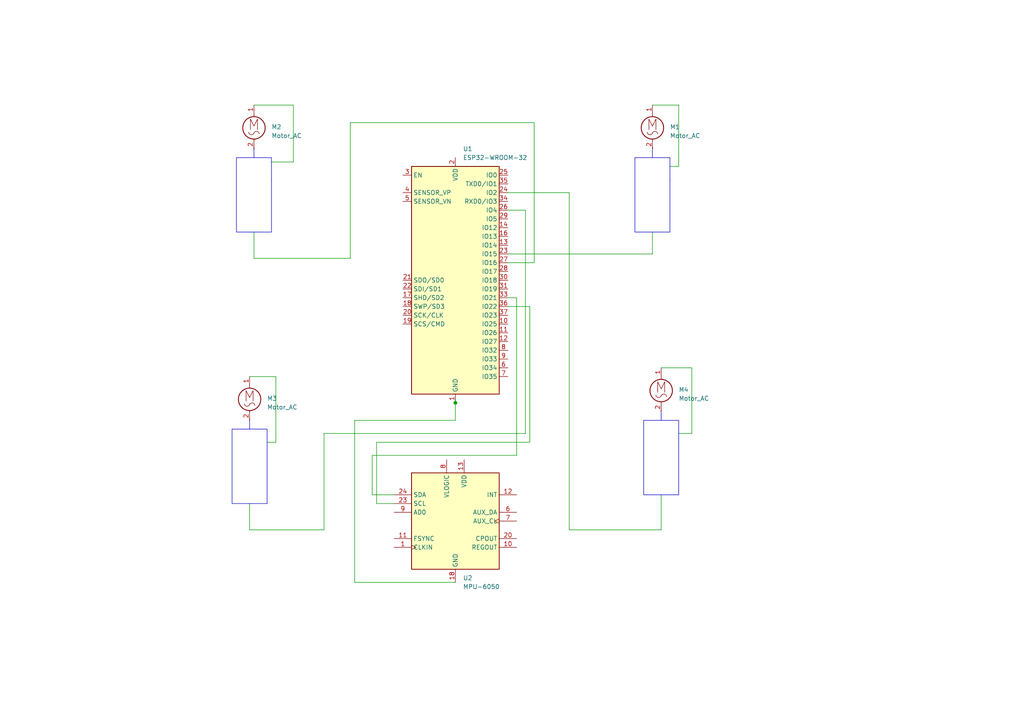
<source format=kicad_sch>
(kicad_sch (version 20230121) (generator eeschema)
  (paper "A4")
  (lib_symbols
    (symbol "Motor:Motor_AC" (pin_names (offset 0))
      (property "Reference" "M" (at 2.54 2.54 0))
      (property "Value" "Motor_AC" (at 2.54 -5.08 0))
      (symbol "Motor_AC_0_0"
        (arc (start -1.524 -2.794) (mid -0.8654 -3.5217) (end 0 -3.048))
        (polyline (pts (xy -1.016 -2.032) (xy -1.016 1.016) (xy 0 -1.016) (xy 1.016 1.016) (xy 1.016 -2.032)))
        (arc (start 1.524 -3.302) (mid 0.85 -2.5503) (end 0 -3.048))
      )
      (symbol "Motor_AC_0_1"
        (circle (center 0 -1.524) (radius 3.2512) (stroke (width 0.254)))
        (polyline (pts (xy 0 -7.62) (xy 0 -7.112)))
        (polyline (pts (xy 0 -4.7752) (xy 0 -5.1816)))
        (polyline (pts (xy 0 1.7272) (xy 0 2.0828)))
        (polyline (pts (xy 0 2.032) (xy 0 2.54)))
      )
      (symbol "Motor_AC_1_1"
        (pin passive line (at 0 5.08 270) (length 2.54) (name "~") (number "1"))
        (pin passive line (at 0 -7.62 90) (length 2.54) (name "~") (number "2"))
      )
    )
    (symbol "RF_Module:ESP32-WROOM-32"
      (property "Reference" "U" (at -12.7 34.29 0))
      (property "Value" "ESP32-WROOM-32" (at 1.27 34.29 0))
      (symbol "ESP32-WROOM-32_0_1"
        (rectangle (start -12.7 33.02) (end 12.7 -33.02) (stroke (width 0.254)) (fill (type background)))
      )
      (symbol "ESP32-WROOM-32_1_1"
        (pin power_in line (at 0 -35.56 90) (length 2.54) (name "GND") (number "1"))
        (pin bidirectional line (at 15.24 -12.7 180) (length 2.54) (name "IO25") (number "10"))
        (pin bidirectional line (at 15.24 -15.24 180) (length 2.54) (name "IO26") (number "11"))
        (pin bidirectional line (at 15.24 -17.78 180) (length 2.54) (name "IO27") (number "12"))
        (pin bidirectional line (at 15.24 10.16 180) (length 2.54) (name "IO14") (number "13"))
        (pin bidirectional line (at 15.24 15.24 180) (length 2.54) (name "IO12") (number "14"))
        (pin passive line (at 0 -35.56 90) (length 2.54) hide (name "GND") (number "15"))
        (pin bidirectional line (at 15.24 12.7 180) (length 2.54) (name "IO13") (number "16"))
        (pin bidirectional line (at -15.24 -5.08 0) (length 2.54) (name "SHD/SD2") (number "17"))
        (pin bidirectional line (at -15.24 -7.62 0) (length 2.54) (name "SWP/SD3") (number "18"))
        (pin bidirectional line (at -15.24 -12.7 0) (length 2.54) (name "SCS/CMD") (number "19"))
        (pin power_in line (at 0 35.56 270) (length 2.54) (name "VDD") (number "2"))
        (pin bidirectional line (at -15.24 -10.16 0) (length 2.54) (name "SCK/CLK") (number "20"))
        (pin bidirectional line (at -15.24 0 0) (length 2.54) (name "SDO/SD0") (number "21"))
        (pin bidirectional line (at -15.24 -2.54 0) (length 2.54) (name "SDI/SD1") (number "22"))
        (pin bidirectional line (at 15.24 7.62 180) (length 2.54) (name "IO15") (number "23"))
        (pin bidirectional line (at 15.24 25.4 180) (length 2.54) (name "IO2") (number "24"))
        (pin bidirectional line (at 15.24 30.48 180) (length 2.54) (name "IO0") (number "25"))
        (pin bidirectional line (at 15.24 20.32 180) (length 2.54) (name "IO4") (number "26"))
        (pin bidirectional line (at 15.24 5.08 180) (length 2.54) (name "IO16") (number "27"))
        (pin bidirectional line (at 15.24 2.54 180) (length 2.54) (name "IO17") (number "28"))
        (pin bidirectional line (at 15.24 17.78 180) (length 2.54) (name "IO5") (number "29"))
        (pin input line (at -15.24 30.48 0) (length 2.54) (name "EN") (number "3"))
        (pin bidirectional line (at 15.24 0 180) (length 2.54) (name "IO18") (number "30"))
        (pin bidirectional line (at 15.24 -2.54 180) (length 2.54) (name "IO19") (number "31"))
        (pin no_connect line (at -12.7 -27.94 0) (length 2.54) hide (name "NC") (number "32"))
        (pin bidirectional line (at 15.24 -5.08 180) (length 2.54) (name "IO21") (number "33"))
        (pin bidirectional line (at 15.24 22.86 180) (length 2.54) (name "RXD0/IO3") (number "34"))
        (pin bidirectional line (at 15.24 27.94 180) (length 2.54) (name "TXD0/IO1") (number "35"))
        (pin bidirectional line (at 15.24 -7.62 180) (length 2.54) (name "IO22") (number "36"))
        (pin bidirectional line (at 15.24 -10.16 180) (length 2.54) (name "IO23") (number "37"))
        (pin passive line (at 0 -35.56 90) (length 2.54) hide (name "GND") (number "38"))
        (pin passive line (at 0 -35.56 90) (length 2.54) hide (name "GND") (number "39"))
        (pin input line (at -15.24 25.4 0) (length 2.54) (name "SENSOR_VP") (number "4"))
        (pin input line (at -15.24 22.86 0) (length 2.54) (name "SENSOR_VN") (number "5"))
        (pin input line (at 15.24 -25.4 180) (length 2.54) (name "IO34") (number "6"))
        (pin input line (at 15.24 -27.94 180) (length 2.54) (name "IO35") (number "7"))
        (pin bidirectional line (at 15.24 -20.32 180) (length 2.54) (name "IO32") (number "8"))
        (pin bidirectional line (at 15.24 -22.86 180) (length 2.54) (name "IO33") (number "9"))
      )
    )
    (symbol "Sensor_Motion:MPU-6050"
      (property "Reference" "U" (at -11.43 13.97 0))
      (property "Value" "MPU-6050" (at 7.62 -15.24 0))
      (symbol "MPU-6050_0_0"
        (text "" (at 12.7 -2.54 0) (effects (font (size 1.27 1.27))))
      )
      (symbol "MPU-6050_0_1"
        (rectangle (start -12.7 13.97) (end 12.7 -13.97) (stroke (width 0.254)) (fill (type background)))
      )
      (symbol "MPU-6050_1_1"
        (pin input clock (at -17.78 -7.62 0) (length 5.08) (name "CLKIN") (number "1"))
        (pin passive line (at 17.78 -7.62 180) (length 5.08) (name "REGOUT") (number "10"))
        (pin input line (at -17.78 -5.08 0) (length 5.08) (name "FSYNC") (number "11"))
        (pin output line (at 17.78 7.62 180) (length 5.08) (name "INT") (number "12"))
        (pin power_in line (at 2.54 17.78 270) (length 3.81) (name "VDD") (number "13"))
        (pin no_connect line (at -12.7 -10.16 0) (length 2.54) hide (name "NC") (number "14"))
        (pin no_connect line (at 12.7 12.7 180) (length 2.54) hide (name "NC") (number "15"))
        (pin no_connect line (at 12.7 10.16 180) (length 2.54) hide (name "NC") (number "16"))
        (pin no_connect line (at 12.7 5.08 180) (length 2.54) hide (name "NC") (number "17"))
        (pin power_in line (at 0 -17.78 90) (length 3.81) (name "GND") (number "18"))
        (pin no_connect line (at 12.7 -10.16 180) (length 2.54) hide (name "RESV") (number "19"))
        (pin no_connect line (at -12.7 12.7 0) (length 2.54) hide (name "NC") (number "2"))
        (pin passive line (at 17.78 -5.08 180) (length 5.08) (name "CPOUT") (number "20"))
        (pin no_connect line (at 12.7 -2.54 180) (length 2.54) hide (name "RESV") (number "21"))
        (pin no_connect line (at 12.7 -12.7 180) (length 2.54) hide (name "RESV") (number "22"))
        (pin input line (at -17.78 5.08 0) (length 5.08) (name "SCL") (number "23"))
        (pin bidirectional line (at -17.78 7.62 0) (length 5.08) (name "SDA") (number "24"))
        (pin no_connect line (at -12.7 10.16 0) (length 2.54) hide (name "NC") (number "3"))
        (pin no_connect line (at -12.7 0 0) (length 2.54) hide (name "NC") (number "4"))
        (pin no_connect line (at -12.7 -2.54 0) (length 2.54) hide (name "NC") (number "5"))
        (pin bidirectional line (at 17.78 2.54 180) (length 5.08) (name "AUX_DA") (number "6"))
        (pin output clock (at 17.78 0 180) (length 5.08) (name "AUX_CL") (number "7"))
        (pin power_in line (at -2.54 17.78 270) (length 3.81) (name "VLOGIC") (number "8"))
        (pin input line (at -17.78 2.54 0) (length 5.08) (name "AD0") (number "9"))
      )
    )
  )
  (junction (at 132.08 116.84))
  (wire (pts (xy 149.86 86.36) (xy 149.86 132.08)))
  (wire (pts (xy 165.1 55.88) (xy 147.32 55.88)))
  (wire (pts (xy 102.87 121.92) (xy 102.87 168.91)))
  (wire (pts (xy 152.4 60.96) (xy 147.32 60.96)))
  (wire (pts (xy 80.01 109.22) (xy 72.39 109.22)))
  (wire (pts (xy 147.32 88.9) (xy 153.67 88.9)))
  (wire (pts (xy 200.66 106.68) (xy 191.77 106.68)))
  (wire (pts (xy 153.67 88.9) (xy 153.67 128.27)))
  (wire (pts (xy 154.94 76.2) (xy 147.32 76.2)))
  (wire (pts (xy 73.66 67.31) (xy 73.66 74.93)))
  (wire (pts (xy 73.66 74.93) (xy 101.6 74.93)))
  (wire (pts (xy 78.74 46.99) (xy 85.09 46.99)))
  (wire (pts (xy 154.94 35.56) (xy 154.94 76.2)))
  (wire (pts (xy 72.39 146.05) (xy 72.39 153.67)))
  (wire (pts (xy 191.77 153.67) (xy 165.1 153.67)))
  (wire (pts (xy 196.85 125.73) (xy 200.66 125.73)))
  (wire (pts (xy 153.67 128.27) (xy 109.22 128.27)))
  (wire (pts (xy 102.87 168.91) (xy 132.08 168.91)))
  (wire (pts (xy 132.08 116.84) (xy 132.08 121.92)))
  (wire (pts (xy 149.86 132.08) (xy 107.95 132.08)))
  (wire (pts (xy 77.47 128.27) (xy 80.01 128.27)))
  (wire (pts (xy 93.98 125.73) (xy 152.4 125.73)))
  (wire (pts (xy 109.22 146.05) (xy 114.3 146.05)))
  (wire (pts (xy 85.09 46.99) (xy 85.09 30.48)))
  (wire (pts (xy 152.4 125.73) (xy 152.4 60.96)))
  (wire (pts (xy 85.09 30.48) (xy 73.66 30.48)))
  (wire (pts (xy 107.95 143.51) (xy 114.3 143.51)))
  (wire (pts (xy 101.6 35.56) (xy 154.94 35.56)))
  (wire (pts (xy 93.98 153.67) (xy 93.98 125.73)))
  (wire (pts (xy 109.22 128.27) (xy 109.22 146.05)))
  (wire (pts (xy 200.66 125.73) (xy 200.66 106.68)))
  (wire (pts (xy 132.08 121.92) (xy 102.87 121.92)))
  (wire (pts (xy 189.23 73.66) (xy 147.32 73.66)))
  (wire (pts (xy 196.85 30.48) (xy 189.23 30.48)))
  (wire (pts (xy 147.32 86.36) (xy 149.86 86.36)))
  (wire (pts (xy 72.39 153.67) (xy 93.98 153.67)))
  (wire (pts (xy 80.01 128.27) (xy 80.01 109.22)))
  (wire (pts (xy 165.1 153.67) (xy 165.1 55.88)))
  (wire (pts (xy 191.77 143.51) (xy 191.77 153.67)))
  (wire (pts (xy 101.6 74.93) (xy 101.6 35.56)))
  (wire (pts (xy 189.23 67.31) (xy 189.23 73.66)))
  (wire (pts (xy 132.08 115.57) (xy 132.08 116.84)))
  (wire (pts (xy 107.95 132.08) (xy 107.95 143.51)))
  (wire (pts (xy 194.31 48.26) (xy 196.85 48.26)))
  (wire (pts (xy 196.85 48.26) (xy 196.85 30.48)))
  (rectangle (start 73.66 43.18) (end 73.66 45.72))
  (rectangle (start 68.58 45.72) (end 78.74 67.31))
  (rectangle (start 78.74 52.07) (end 78.74 52.07))
  (rectangle (start 191.77 119.38) (end 191.77 121.92))
  (rectangle (start 194.31 52.07) (end 194.31 52.07))
  (rectangle (start 77.47 130.81) (end 77.47 130.81))
  (rectangle (start 67.31 124.46) (end 77.47 146.05))
  (rectangle (start 189.23 43.18) (end 189.23 45.72))
  (rectangle (start 72.39 121.92) (end 72.39 124.46))
  (rectangle (start 196.85 128.27) (end 196.85 128.27))
  (rectangle (start 186.69 121.92) (end 196.85 143.51))
  (rectangle (start 184.15 45.72) (end 194.31 67.31))
  (symbol (lib_id "Sensor_Motion:MPU-6050") (at 132.08 151.13 0) (unit 1)
    (property "Reference" "U2" (at 134.2741 167.64 0) (effects (justify left)))
    (property "Value" "MPU-6050" (at 134.2741 170.18 0) (effects (justify left)))
    (property "Footprint" "Sensor_Motion:InvenSense_QFN-24_4x4mm_P0.5mm" (effects hide))
    (property "Datasheet" "https://invensense.tdk.com/wp-content/uploads/2015/02/MPU-6000-Datasheet1.pdf" (effects hide))
  )
  (symbol (lib_id "Motor:Motor_AC") (at 191.77 111.76 0) (unit 1)
    (property "Reference" "M4" (at 196.85 113.03 0) (effects (justify left)))
    (property "Value" "Motor_AC" (at 196.85 115.57 0) (effects (justify left)))
  )
  (symbol (lib_id "Motor:Motor_AC") (at 189.23 35.56 0) (unit 1)
    (property "Reference" "M1" (at 194.31 36.83 0) (effects (justify left)))
    (property "Value" "Motor_AC" (at 194.31 39.37 0) (effects (justify left)))
  )
  (symbol (lib_id "Motor:Motor_AC") (at 73.66 35.56 0) (unit 1)
    (property "Reference" "M2" (at 78.74 36.83 0) (effects (justify left)))
    (property "Value" "Motor_AC" (at 78.74 39.37 0) (effects (justify left)))
  )
  (symbol (lib_id "Motor:Motor_AC") (at 72.39 114.3 0) (unit 1)
    (property "Reference" "M3" (at 77.47 115.57 0) (effects (justify left)))
    (property "Value" "Motor_AC" (at 77.47 118.11 0) (effects (justify left)))
  )
  (symbol (lib_id "RF_Module:ESP32-WROOM-32") (at 132.08 81.28 0) (unit 1)
    (property "Reference" "U1" (at 134.2741 43.18 0) (effects (justify left)))
    (property "Value" "ESP32-WROOM-32" (at 134.2741 45.72 0) (effects (justify left)))
    (property "Footprint" "RF_Module:ESP32-WROOM-32" (effects hide))
    (property "Datasheet" "https://www.espressif.com/sites/default/files/documentation/esp32-wroom-32_datasheet_en.pdf" (effects hide))
  )
)
</source>
